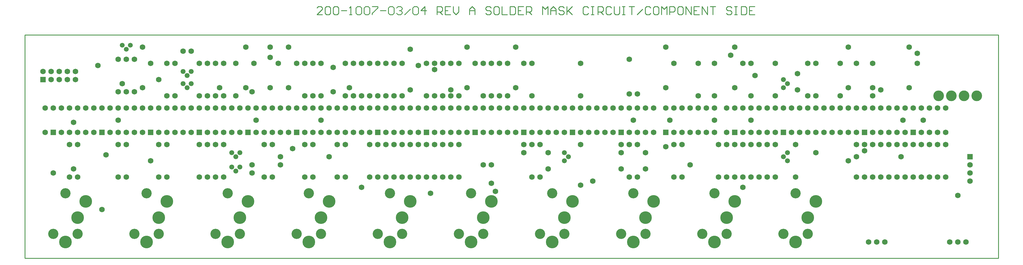
<source format=gbs>
*%FSLAX23Y23*%
*%MOIN*%
G01*
%ADD11C,0.007*%
%ADD12C,0.008*%
%ADD13C,0.010*%
%ADD14C,0.012*%
%ADD15C,0.020*%
%ADD16C,0.032*%
%ADD17C,0.036*%
%ADD18C,0.050*%
%ADD19C,0.052*%
%ADD20C,0.055*%
%ADD21C,0.056*%
%ADD22C,0.059*%
%ADD23C,0.060*%
%ADD24C,0.061*%
%ADD25C,0.062*%
%ADD26C,0.068*%
%ADD27C,0.070*%
%ADD28C,0.080*%
%ADD29C,0.090*%
%ADD30C,0.095*%
%ADD31C,0.115*%
%ADD32C,0.120*%
%ADD33C,0.125*%
%ADD34C,0.126*%
%ADD35C,0.131*%
%ADD36C,0.150*%
%ADD37C,0.156*%
%ADD38R,0.062X0.062*%
%ADD39R,0.068X0.068*%
D13*
X7374Y9589D02*
X7441D01*
X7374D02*
X7441Y9656D01*
Y9672D01*
X7424Y9689D01*
X7391D01*
X7374Y9672D01*
X7474D02*
X7491Y9689D01*
X7524D01*
X7541Y9672D01*
Y9606D01*
X7524Y9589D01*
X7491D01*
X7474Y9606D01*
Y9672D01*
X7574D02*
X7591Y9689D01*
X7624D01*
X7641Y9672D01*
Y9606D01*
X7624Y9589D01*
X7591D01*
X7574Y9606D01*
Y9672D01*
X7674Y9639D02*
X7741D01*
X7774Y9589D02*
X7807D01*
X7791D01*
Y9689D01*
X7792D01*
X7791D02*
X7774Y9672D01*
X7857D02*
X7874Y9689D01*
X7907D01*
X7924Y9672D01*
Y9606D01*
X7907Y9589D01*
X7874D01*
X7857Y9606D01*
Y9672D01*
X7957D02*
X7974Y9689D01*
X8007D01*
X8024Y9672D01*
Y9606D01*
X8007Y9589D01*
X7974D01*
X7957Y9606D01*
Y9672D01*
X8057Y9689D02*
X8124D01*
Y9672D01*
X8057Y9606D01*
Y9589D01*
X8157Y9639D02*
X8224D01*
X8257Y9672D02*
X8274Y9689D01*
X8307D01*
X8324Y9672D01*
Y9606D01*
X8307Y9589D01*
X8274D01*
X8257Y9606D01*
Y9672D01*
X8357D02*
X8374Y9689D01*
X8407D01*
X8424Y9672D01*
Y9656D01*
X8425D01*
X8424D02*
X8425D01*
X8424D02*
X8425D01*
X8424D02*
X8407Y9639D01*
X8390D01*
X8407D01*
X8424Y9622D01*
Y9606D01*
X8407Y9589D01*
X8374D01*
X8357Y9606D01*
X8457Y9589D02*
X8524Y9656D01*
X8557Y9672D02*
X8574Y9689D01*
X8607D01*
X8624Y9672D01*
Y9606D01*
X8607Y9589D01*
X8574D01*
X8557Y9606D01*
Y9672D01*
X8707Y9689D02*
Y9589D01*
X8657Y9639D02*
X8707Y9689D01*
X8724Y9639D02*
X8657D01*
X8857Y9589D02*
Y9689D01*
X8907D01*
X8923Y9672D01*
Y9639D01*
X8907Y9622D01*
X8857D01*
X8890D02*
X8923Y9589D01*
X8957Y9689D02*
X9023D01*
X8957D02*
Y9589D01*
X9023D01*
X8990Y9639D02*
X8957D01*
X9057Y9622D02*
Y9689D01*
Y9622D02*
X9090Y9589D01*
X9123Y9622D01*
Y9689D01*
X9257Y9656D02*
Y9589D01*
Y9656D02*
X9290Y9689D01*
X9323Y9656D01*
Y9589D01*
Y9639D01*
X9257D01*
X9507Y9689D02*
X9523Y9672D01*
X9507Y9689D02*
X9473D01*
X9457Y9672D01*
Y9656D01*
X9473Y9639D01*
X9507D01*
X9523Y9622D01*
Y9606D01*
X9507Y9589D01*
X9473D01*
X9457Y9606D01*
X9573Y9689D02*
X9607D01*
X9573D02*
X9557Y9672D01*
Y9606D01*
X9573Y9589D01*
X9607D01*
X9623Y9606D01*
Y9672D01*
X9607Y9689D01*
X9657D02*
Y9589D01*
X9723D01*
X9757D02*
Y9689D01*
Y9589D02*
X9807D01*
X9823Y9606D01*
Y9672D01*
X9807Y9689D01*
X9757D01*
X9857D02*
X9923D01*
X9857D02*
Y9589D01*
X9923D01*
X9890Y9639D02*
X9857D01*
X9956Y9589D02*
Y9689D01*
X10006D01*
X10023Y9672D01*
Y9639D01*
X10006Y9622D01*
X9956D01*
X9990D02*
X10023Y9589D01*
X10156D02*
Y9689D01*
X10190Y9656D01*
X10223Y9689D01*
Y9589D01*
X10256D02*
Y9656D01*
X10290Y9689D01*
X10323Y9656D01*
Y9589D01*
Y9639D01*
X10256D01*
X10406Y9689D02*
X10423Y9672D01*
X10406Y9689D02*
X10373D01*
X10356Y9672D01*
Y9656D01*
X10373Y9639D01*
X10406D01*
X10423Y9622D01*
Y9606D01*
X10406Y9589D01*
X10373D01*
X10356Y9606D01*
X10456Y9589D02*
Y9689D01*
Y9622D02*
Y9589D01*
Y9622D02*
X10523Y9689D01*
X10473Y9639D01*
X10523Y9589D01*
X10706Y9689D02*
X10723Y9672D01*
X10706Y9689D02*
X10673D01*
X10656Y9672D01*
Y9606D01*
X10673Y9589D01*
X10706D01*
X10723Y9606D01*
X10756Y9689D02*
X10790D01*
X10773D01*
Y9589D01*
X10756D01*
X10790D01*
X10840D02*
Y9689D01*
X10890D01*
X10906Y9672D01*
Y9639D01*
X10890Y9622D01*
X10840D01*
X10873D02*
X10906Y9589D01*
X11006Y9672D02*
X10989Y9689D01*
X10956D01*
X10940Y9672D01*
Y9606D01*
X10956Y9589D01*
X10989D01*
X11006Y9606D01*
X11039D02*
Y9689D01*
Y9606D02*
X11056Y9589D01*
X11089D01*
X11106Y9606D01*
Y9689D01*
X11139D02*
X11173D01*
X11156D01*
Y9589D01*
X11139D01*
X11173D01*
X11223Y9689D02*
X11289D01*
X11256D01*
Y9589D01*
X11323D02*
X11389Y9656D01*
X11473Y9689D02*
X11489Y9672D01*
X11473Y9689D02*
X11439D01*
X11423Y9672D01*
Y9606D01*
X11439Y9589D01*
X11473D01*
X11489Y9606D01*
X11539Y9689D02*
X11573D01*
X11539D02*
X11523Y9672D01*
Y9606D01*
X11539Y9589D01*
X11573D01*
X11589Y9606D01*
Y9672D01*
X11573Y9689D01*
X11623D02*
Y9589D01*
X11656Y9656D02*
X11623Y9689D01*
X11656Y9656D02*
X11689Y9689D01*
Y9589D01*
X11723D02*
Y9689D01*
X11773D01*
X11789Y9672D01*
Y9639D01*
X11773Y9622D01*
X11723D01*
X11839Y9689D02*
X11873D01*
X11839D02*
X11823Y9672D01*
Y9606D01*
X11839Y9589D01*
X11873D01*
X11889Y9606D01*
Y9672D01*
X11873Y9689D01*
X11923D02*
Y9589D01*
X11989D02*
X11923Y9689D01*
X11989D02*
Y9589D01*
X12022Y9689D02*
X12089D01*
X12022D02*
Y9589D01*
X12089D01*
X12056Y9639D02*
X12022D01*
X12122Y9589D02*
Y9689D01*
X12189Y9589D01*
Y9689D01*
X12222D02*
X12289D01*
X12256D01*
Y9589D01*
X12472Y9689D02*
X12489Y9672D01*
X12472Y9689D02*
X12439D01*
X12422Y9672D01*
Y9656D01*
X12439Y9639D01*
X12472D01*
X12489Y9622D01*
Y9606D01*
X12472Y9589D01*
X12439D01*
X12422Y9606D01*
X12522Y9689D02*
X12556D01*
X12539D01*
Y9589D01*
X12522D01*
X12556D01*
X12606D02*
Y9689D01*
Y9589D02*
X12656D01*
X12672Y9606D01*
Y9672D01*
X12656Y9689D01*
X12606D01*
X12706D02*
X12772D01*
X12706D02*
Y9589D01*
X12772D01*
X12739Y9639D02*
X12706D01*
X15774Y9339D02*
Y6589D01*
X3774D02*
Y9339D01*
Y6589D02*
X15774D01*
Y9339D02*
X3774D01*
D22*
X5074Y9214D02*
D03*
X5024Y9164D02*
D03*
X4974Y9214D02*
D03*
D24*
X13124Y8689D02*
D03*
Y8789D02*
D03*
X13174Y8739D02*
D03*
Y7889D02*
D03*
Y7789D02*
D03*
X13124Y7839D02*
D03*
X10424Y7789D02*
D03*
X10474Y7839D02*
D03*
X10424Y7889D02*
D03*
X6324D02*
D03*
X6424D02*
D03*
X6374Y7839D02*
D03*
X6324Y7714D02*
D03*
X6424D02*
D03*
X6374Y7664D02*
D03*
X5724Y8889D02*
D03*
X5824D02*
D03*
X5774Y8839D02*
D03*
X5724Y8739D02*
D03*
X5824D02*
D03*
X5774Y8689D02*
D03*
D26*
X15274Y7364D02*
D03*
X14774Y9114D02*
D03*
X14849Y8289D02*
D03*
X14574Y7839D02*
D03*
X14599Y8289D02*
D03*
X14324Y8664D02*
D03*
X14224Y8689D02*
D03*
X14024Y7839D02*
D03*
X14124Y7914D02*
D03*
X13924Y7789D02*
D03*
X13524Y7889D02*
D03*
X12774Y8839D02*
D03*
X12724Y8289D02*
D03*
X12624Y7464D02*
D03*
X12474Y9089D02*
D03*
X12274Y8289D02*
D03*
X11974Y7739D02*
D03*
X11724Y8289D02*
D03*
X11674Y7964D02*
D03*
X11224Y9039D02*
D03*
X11274Y8289D02*
D03*
X11124Y7689D02*
D03*
X10774Y7539D02*
D03*
X9524Y7739D02*
D03*
Y7514D02*
D03*
X9574Y7414D02*
D03*
X9424Y7739D02*
D03*
X9024Y8664D02*
D03*
X8824Y8914D02*
D03*
X8774Y7389D02*
D03*
X7924Y7464D02*
D03*
X7774Y8689D02*
D03*
X7524Y7839D02*
D03*
X7424Y8289D02*
D03*
X7074Y7939D02*
D03*
X6799Y9064D02*
D03*
X6574Y8639D02*
D03*
X6624Y8289D02*
D03*
X6174Y8689D02*
D03*
X5424Y8789D02*
D03*
X5324Y7789D02*
D03*
X4974Y8739D02*
D03*
X4924Y8289D02*
D03*
X4774Y7864D02*
D03*
X4674Y8964D02*
D03*
X4724Y7189D02*
D03*
X4374Y8264D02*
D03*
Y7689D02*
D03*
X4124Y7639D02*
D03*
X15424Y7739D02*
D03*
Y7639D02*
D03*
Y7539D02*
D03*
X15374Y6789D02*
D03*
X15174D02*
D03*
X15274D02*
D03*
X13824Y8989D02*
D03*
Y8589D02*
D03*
X13924Y9189D02*
D03*
Y8689D02*
D03*
X14024Y8989D02*
D03*
X14674Y9189D02*
D03*
Y8689D02*
D03*
X14774Y8989D02*
D03*
X14524Y7589D02*
D03*
Y7989D02*
D03*
X14624D02*
D03*
Y7589D02*
D03*
X14724Y7989D02*
D03*
Y7589D02*
D03*
X14824D02*
D03*
Y7989D02*
D03*
X14924Y7589D02*
D03*
Y7989D02*
D03*
X15124D02*
D03*
Y7589D02*
D03*
X15024D02*
D03*
Y7989D02*
D03*
X15124Y8139D02*
D03*
Y8439D02*
D03*
X14624D02*
D03*
Y8139D02*
D03*
X14824D02*
D03*
X14924D02*
D03*
X15024D02*
D03*
Y8439D02*
D03*
X14924D02*
D03*
X14824D02*
D03*
X14724D02*
D03*
X14024D02*
D03*
Y8139D02*
D03*
X14224D02*
D03*
X14324D02*
D03*
X14424D02*
D03*
Y8439D02*
D03*
X14324D02*
D03*
X14224D02*
D03*
X14124D02*
D03*
X13924Y8139D02*
D03*
Y8439D02*
D03*
X14224Y8589D02*
D03*
Y8989D02*
D03*
X14424Y7589D02*
D03*
Y7989D02*
D03*
X14024D02*
D03*
Y7589D02*
D03*
X14524Y8139D02*
D03*
Y8439D02*
D03*
X14124Y7589D02*
D03*
Y7989D02*
D03*
X14224Y7589D02*
D03*
Y7989D02*
D03*
X14324D02*
D03*
Y7589D02*
D03*
X14374Y6789D02*
D03*
X14174D02*
D03*
X14274D02*
D03*
X12524Y9189D02*
D03*
Y8689D02*
D03*
X12624Y8989D02*
D03*
X13024D02*
D03*
Y8589D02*
D03*
X13524Y8989D02*
D03*
Y8589D02*
D03*
X13299Y8664D02*
D03*
Y8864D02*
D03*
X12274Y8589D02*
D03*
Y8989D02*
D03*
X13024Y8439D02*
D03*
Y8139D02*
D03*
X13224D02*
D03*
X13324D02*
D03*
X13424D02*
D03*
X13524D02*
D03*
X13624D02*
D03*
X13724D02*
D03*
X13824D02*
D03*
Y8439D02*
D03*
X13724D02*
D03*
X13624D02*
D03*
X13524D02*
D03*
X13424D02*
D03*
X13324D02*
D03*
X13224D02*
D03*
X13124D02*
D03*
X12724Y8589D02*
D03*
Y8989D02*
D03*
X12924Y8139D02*
D03*
Y8439D02*
D03*
X12624Y8139D02*
D03*
X12724D02*
D03*
X12824D02*
D03*
Y8439D02*
D03*
X12724D02*
D03*
X12624D02*
D03*
X12524D02*
D03*
X12424D02*
D03*
Y8139D02*
D03*
X12324Y7589D02*
D03*
Y7989D02*
D03*
X12524Y7589D02*
D03*
Y7989D02*
D03*
X12624Y7589D02*
D03*
Y7989D02*
D03*
X12724Y7589D02*
D03*
Y7989D02*
D03*
X12824Y7589D02*
D03*
Y7989D02*
D03*
X12924D02*
D03*
Y7589D02*
D03*
X13024Y7989D02*
D03*
Y7589D02*
D03*
X12424D02*
D03*
Y7989D02*
D03*
X13274Y7589D02*
D03*
Y7989D02*
D03*
X13424Y8589D02*
D03*
Y8989D02*
D03*
X11674Y9189D02*
D03*
Y8689D02*
D03*
X11774Y8989D02*
D03*
X10624Y7989D02*
D03*
Y7489D02*
D03*
Y8589D02*
D03*
Y8989D02*
D03*
X10924Y8139D02*
D03*
Y8439D02*
D03*
X11124Y7989D02*
D03*
Y7889D02*
D03*
X11424D02*
D03*
Y7689D02*
D03*
X11324Y7589D02*
D03*
Y7989D02*
D03*
X11224Y7589D02*
D03*
Y7989D02*
D03*
X11774Y8139D02*
D03*
X11874D02*
D03*
X11974D02*
D03*
X12074D02*
D03*
X12174D02*
D03*
X12274D02*
D03*
Y8439D02*
D03*
X12174D02*
D03*
X12074D02*
D03*
X11974D02*
D03*
X11874D02*
D03*
X11774D02*
D03*
X11674D02*
D03*
X11024D02*
D03*
Y8139D02*
D03*
X11524D02*
D03*
Y8439D02*
D03*
X11224Y8139D02*
D03*
X11324D02*
D03*
X11424D02*
D03*
Y8439D02*
D03*
X11324D02*
D03*
X11224D02*
D03*
X11124D02*
D03*
X11324Y8614D02*
D03*
X11224D02*
D03*
X12074Y8989D02*
D03*
Y8589D02*
D03*
X11874Y7989D02*
D03*
Y7589D02*
D03*
X11774Y7989D02*
D03*
Y7589D02*
D03*
X9524Y8989D02*
D03*
Y8589D02*
D03*
X9624Y8989D02*
D03*
Y8589D02*
D03*
X9724Y8989D02*
D03*
Y8589D02*
D03*
X9824Y9189D02*
D03*
Y8689D02*
D03*
X9924Y8989D02*
D03*
X9224Y9189D02*
D03*
Y8689D02*
D03*
X9324Y8989D02*
D03*
X9124D02*
D03*
Y8589D02*
D03*
X9024Y8989D02*
D03*
Y8589D02*
D03*
X9124Y7589D02*
D03*
Y7989D02*
D03*
X9424Y8589D02*
D03*
Y8989D02*
D03*
X9024Y7589D02*
D03*
Y7989D02*
D03*
X9124Y8139D02*
D03*
Y8439D02*
D03*
X9724Y8139D02*
D03*
Y8439D02*
D03*
X9224D02*
D03*
Y8139D02*
D03*
X9424D02*
D03*
X9524D02*
D03*
X9624D02*
D03*
Y8439D02*
D03*
X9524D02*
D03*
X9424D02*
D03*
X9324D02*
D03*
X9924Y7889D02*
D03*
Y7989D02*
D03*
X10024Y8589D02*
D03*
Y8989D02*
D03*
X10224Y7889D02*
D03*
Y7689D02*
D03*
X10124Y7589D02*
D03*
Y7989D02*
D03*
X10024Y7589D02*
D03*
Y7989D02*
D03*
X9824Y8439D02*
D03*
Y8139D02*
D03*
X10024D02*
D03*
X10124D02*
D03*
X10224D02*
D03*
Y8439D02*
D03*
X10124D02*
D03*
X10024D02*
D03*
X9924D02*
D03*
X10324Y8139D02*
D03*
Y8439D02*
D03*
X10424D02*
D03*
Y8139D02*
D03*
X10624D02*
D03*
X10724D02*
D03*
X10824D02*
D03*
Y8439D02*
D03*
X10724D02*
D03*
X10624D02*
D03*
X10524D02*
D03*
X8524Y9164D02*
D03*
Y8664D02*
D03*
X8624Y8964D02*
D03*
X7724Y8989D02*
D03*
Y8589D02*
D03*
X7924Y8989D02*
D03*
Y8589D02*
D03*
X8024D02*
D03*
Y8989D02*
D03*
X8124Y8589D02*
D03*
Y8989D02*
D03*
X8424D02*
D03*
Y8589D02*
D03*
X8324Y8989D02*
D03*
Y8589D02*
D03*
X8924Y8989D02*
D03*
Y8589D02*
D03*
X8824Y8989D02*
D03*
Y8589D02*
D03*
X7624Y7589D02*
D03*
Y7989D02*
D03*
X7824Y8589D02*
D03*
Y8989D02*
D03*
X7724Y7989D02*
D03*
Y7589D02*
D03*
X7924Y8139D02*
D03*
Y8439D02*
D03*
X8224Y8589D02*
D03*
Y8989D02*
D03*
X8024Y7589D02*
D03*
Y7989D02*
D03*
X8124Y7589D02*
D03*
Y7989D02*
D03*
X8524Y7589D02*
D03*
Y7989D02*
D03*
X8424Y7589D02*
D03*
Y7989D02*
D03*
X8324Y7589D02*
D03*
Y7989D02*
D03*
X8224Y7589D02*
D03*
Y7989D02*
D03*
X8024Y8439D02*
D03*
Y8139D02*
D03*
X8224D02*
D03*
X8324D02*
D03*
X8424D02*
D03*
Y8439D02*
D03*
X8324D02*
D03*
X8224D02*
D03*
X8124D02*
D03*
X8524Y8139D02*
D03*
Y8439D02*
D03*
X8724Y8589D02*
D03*
Y8989D02*
D03*
X8924Y7989D02*
D03*
Y7589D02*
D03*
X8824Y7989D02*
D03*
Y7589D02*
D03*
X8624D02*
D03*
Y7989D02*
D03*
X8724D02*
D03*
Y7589D02*
D03*
X8624Y8439D02*
D03*
Y8139D02*
D03*
X8824D02*
D03*
X8924D02*
D03*
X9024D02*
D03*
Y8439D02*
D03*
X8924D02*
D03*
X8824D02*
D03*
X8724D02*
D03*
X7574Y8939D02*
D03*
Y8639D02*
D03*
X7224Y8989D02*
D03*
Y8589D02*
D03*
X7024Y9189D02*
D03*
Y8689D02*
D03*
X7124Y8989D02*
D03*
X6799Y9189D02*
D03*
Y8689D02*
D03*
X6899Y8989D02*
D03*
X6599D02*
D03*
X6499Y8689D02*
D03*
Y9189D02*
D03*
X6574Y7739D02*
D03*
Y7639D02*
D03*
X6724Y7589D02*
D03*
Y7989D02*
D03*
X6824Y7589D02*
D03*
Y7989D02*
D03*
X6924Y7839D02*
D03*
Y7739D02*
D03*
X6224Y7589D02*
D03*
Y7989D02*
D03*
X6024D02*
D03*
Y7589D02*
D03*
X6124D02*
D03*
Y7989D02*
D03*
X5924D02*
D03*
Y7589D02*
D03*
X6224Y8589D02*
D03*
Y8989D02*
D03*
X6124Y8589D02*
D03*
Y8989D02*
D03*
X5924Y8589D02*
D03*
Y8989D02*
D03*
X6024Y8589D02*
D03*
Y8989D02*
D03*
Y8139D02*
D03*
X6124D02*
D03*
X6224D02*
D03*
Y8439D02*
D03*
X6124D02*
D03*
X6024D02*
D03*
X5924D02*
D03*
X6324Y8139D02*
D03*
Y8439D02*
D03*
X6924Y8139D02*
D03*
Y8439D02*
D03*
X6424D02*
D03*
Y8139D02*
D03*
X6624D02*
D03*
X6724D02*
D03*
X6824D02*
D03*
Y8439D02*
D03*
X6724D02*
D03*
X6624D02*
D03*
X6524D02*
D03*
X7324Y7989D02*
D03*
Y7589D02*
D03*
X7224D02*
D03*
Y7989D02*
D03*
X7024Y8439D02*
D03*
Y8139D02*
D03*
X7424Y8589D02*
D03*
Y8989D02*
D03*
X7324Y8589D02*
D03*
Y8989D02*
D03*
X7224Y8139D02*
D03*
X7324D02*
D03*
X7424D02*
D03*
X7524D02*
D03*
X7624D02*
D03*
X7724D02*
D03*
X7824D02*
D03*
Y8439D02*
D03*
X7724D02*
D03*
X7624D02*
D03*
X7524D02*
D03*
X7424D02*
D03*
X7324D02*
D03*
X7224D02*
D03*
X7124D02*
D03*
X6374Y8989D02*
D03*
Y8589D02*
D03*
X5024Y9039D02*
D03*
Y8639D02*
D03*
X5224Y9189D02*
D03*
Y8689D02*
D03*
X5324Y8989D02*
D03*
X5524D02*
D03*
Y8589D02*
D03*
X5824Y9139D02*
D03*
X5724D02*
D03*
X4824Y8139D02*
D03*
X4924D02*
D03*
X5024D02*
D03*
Y8439D02*
D03*
X4924D02*
D03*
X4824D02*
D03*
X4724D02*
D03*
X4624D02*
D03*
Y8139D02*
D03*
X4524D02*
D03*
Y8439D02*
D03*
X5124Y8139D02*
D03*
Y8439D02*
D03*
X4924Y8639D02*
D03*
Y9039D02*
D03*
X5124Y8639D02*
D03*
Y9039D02*
D03*
X5624Y8589D02*
D03*
Y8989D02*
D03*
X5424Y7589D02*
D03*
Y7989D02*
D03*
X5524D02*
D03*
Y7589D02*
D03*
X5224Y8439D02*
D03*
Y8139D02*
D03*
X5424D02*
D03*
X5524D02*
D03*
X5624D02*
D03*
Y8439D02*
D03*
X5524D02*
D03*
X5424D02*
D03*
X5324D02*
D03*
X5724Y8139D02*
D03*
Y8439D02*
D03*
X5824D02*
D03*
Y8139D02*
D03*
X5024Y7589D02*
D03*
Y7989D02*
D03*
X4924Y7589D02*
D03*
Y7989D02*
D03*
X4424Y7589D02*
D03*
Y7989D02*
D03*
X4399Y8889D02*
D03*
Y8789D02*
D03*
X4299Y8889D02*
D03*
Y8789D02*
D03*
X4199Y8889D02*
D03*
Y8789D02*
D03*
X4099Y8889D02*
D03*
Y8789D02*
D03*
X3999Y8889D02*
D03*
X4024Y8439D02*
D03*
Y8139D02*
D03*
X4224D02*
D03*
X4324D02*
D03*
X4424D02*
D03*
Y8439D02*
D03*
X4324D02*
D03*
X4224D02*
D03*
X4124D02*
D03*
X4324Y7589D02*
D03*
Y7989D02*
D03*
D34*
X12124Y6889D02*
D03*
X12424D02*
D03*
X12274Y7389D02*
D03*
X13124Y6889D02*
D03*
X13424D02*
D03*
X13274Y7389D02*
D03*
X11124Y6889D02*
D03*
X11424D02*
D03*
X11274Y7389D02*
D03*
X9124Y6889D02*
D03*
X9424D02*
D03*
X9274Y7389D02*
D03*
X10124Y6889D02*
D03*
X10424D02*
D03*
X10274Y7389D02*
D03*
X8124Y6889D02*
D03*
X8424D02*
D03*
X8274Y7389D02*
D03*
X7124Y6889D02*
D03*
X7424D02*
D03*
X7274Y7389D02*
D03*
X6124Y6889D02*
D03*
X6424D02*
D03*
X6274Y7389D02*
D03*
X5124Y6889D02*
D03*
X5424D02*
D03*
X5274Y7389D02*
D03*
X4124Y6889D02*
D03*
X4424D02*
D03*
X4274Y7389D02*
D03*
D35*
X15352Y8589D02*
D03*
X15040D02*
D03*
X15508D02*
D03*
X15196D02*
D03*
D37*
X12524Y7289D02*
D03*
X12424Y7089D02*
D03*
X12274Y6789D02*
D03*
X13524Y7289D02*
D03*
X13424Y7089D02*
D03*
X13274Y6789D02*
D03*
X11524Y7289D02*
D03*
X11424Y7089D02*
D03*
X11274Y6789D02*
D03*
X9524Y7289D02*
D03*
X9424Y7089D02*
D03*
X9274Y6789D02*
D03*
X10524Y7289D02*
D03*
X10424Y7089D02*
D03*
X10274Y6789D02*
D03*
X8524Y7289D02*
D03*
X8424Y7089D02*
D03*
X8274Y6789D02*
D03*
X7524Y7289D02*
D03*
X7424Y7089D02*
D03*
X7274Y6789D02*
D03*
X6524Y7289D02*
D03*
X6424Y7089D02*
D03*
X6274Y6789D02*
D03*
X5524Y7289D02*
D03*
X5424Y7089D02*
D03*
X5274Y6789D02*
D03*
X4524Y7289D02*
D03*
X4424Y7089D02*
D03*
X4274Y6789D02*
D03*
D39*
X15424Y7839D02*
D03*
X14724Y8139D02*
D03*
X14124D02*
D03*
X13124D02*
D03*
X12524D02*
D03*
X11674D02*
D03*
X11124D02*
D03*
X9324D02*
D03*
X9924D02*
D03*
X10524D02*
D03*
X8124D02*
D03*
X8724D02*
D03*
X5924D02*
D03*
X6524D02*
D03*
X7124D02*
D03*
X4724D02*
D03*
X5324D02*
D03*
X3999Y8789D02*
D03*
X4124Y8139D02*
D03*
M02*

</source>
